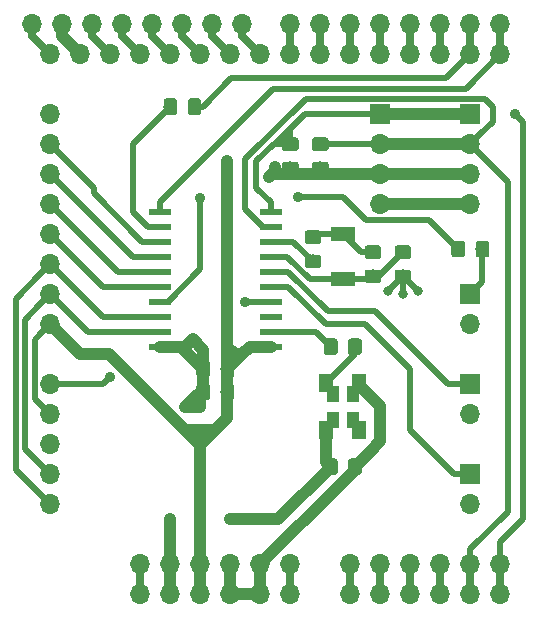
<source format=gbr>
G04 #@! TF.GenerationSoftware,KiCad,Pcbnew,(5.0.1)-4*
G04 #@! TF.CreationDate,2020-04-30T20:25:35+02:00*
G04 #@! TF.ProjectId,freqcounter,66726571636F756E7465722E6B696361,1*
G04 #@! TF.SameCoordinates,Original*
G04 #@! TF.FileFunction,Copper,L1,Top,Signal*
G04 #@! TF.FilePolarity,Positive*
%FSLAX46Y46*%
G04 Gerber Fmt 4.6, Leading zero omitted, Abs format (unit mm)*
G04 Created by KiCad (PCBNEW (5.0.1)-4) date 30/04/2020 20:25:35*
%MOMM*%
%LPD*%
G01*
G04 APERTURE LIST*
G04 #@! TA.AperFunction,SMDPad,CuDef*
%ADD10R,1.200000X1.600000*%
G04 #@! TD*
G04 #@! TA.AperFunction,SMDPad,CuDef*
%ADD11R,1.100000X1.400000*%
G04 #@! TD*
G04 #@! TA.AperFunction,Conductor*
%ADD12C,0.100000*%
G04 #@! TD*
G04 #@! TA.AperFunction,SMDPad,CuDef*
%ADD13C,1.150000*%
G04 #@! TD*
G04 #@! TA.AperFunction,ComponentPad*
%ADD14O,1.700000X1.700000*%
G04 #@! TD*
G04 #@! TA.AperFunction,SMDPad,CuDef*
%ADD15R,1.950000X0.600000*%
G04 #@! TD*
G04 #@! TA.AperFunction,ComponentPad*
%ADD16R,1.700000X1.700000*%
G04 #@! TD*
G04 #@! TA.AperFunction,SMDPad,CuDef*
%ADD17R,2.032000X1.270000*%
G04 #@! TD*
G04 #@! TA.AperFunction,ViaPad*
%ADD18C,0.914400*%
G04 #@! TD*
G04 #@! TA.AperFunction,ViaPad*
%ADD19C,0.800000*%
G04 #@! TD*
G04 #@! TA.AperFunction,Conductor*
%ADD20C,1.016000*%
G04 #@! TD*
G04 #@! TA.AperFunction,Conductor*
%ADD21C,0.508000*%
G04 #@! TD*
G04 #@! TA.AperFunction,Conductor*
%ADD22C,0.250000*%
G04 #@! TD*
G04 #@! TA.AperFunction,Conductor*
%ADD23C,0.635000*%
G04 #@! TD*
G04 APERTURE END LIST*
D10*
G04 #@! TO.P,U2,3*
G04 #@! TO.N,Net-(C4-Pad1)*
X147825000Y-90075000D03*
G04 #@! TO.P,U2,4*
G04 #@! TO.N,3.3V*
X147825000Y-94075000D03*
G04 #@! TO.P,U2,1*
G04 #@! TO.N,Net-(U2-Pad1)*
X150625000Y-94075000D03*
G04 #@! TO.P,U2,2*
G04 #@! TO.N,GND*
X150625000Y-90075000D03*
D11*
G04 #@! TO.P,U2,4*
G04 #@! TO.N,3.3V*
X148375000Y-93175000D03*
G04 #@! TO.P,U2,3*
G04 #@! TO.N,Net-(C4-Pad1)*
X148375000Y-90975000D03*
G04 #@! TO.P,U2,2*
G04 #@! TO.N,GND*
X150075000Y-90975000D03*
G04 #@! TO.P,U2,1*
G04 #@! TO.N,Net-(U2-Pad1)*
X150075000Y-93175000D03*
G04 #@! TD*
D12*
G04 #@! TO.N,Net-(C3-Pad1)*
G04 #@! TO.C,R4*
G36*
X152239505Y-80461204D02*
X152263773Y-80464804D01*
X152287572Y-80470765D01*
X152310671Y-80479030D01*
X152332850Y-80489520D01*
X152353893Y-80502132D01*
X152373599Y-80516747D01*
X152391777Y-80533223D01*
X152408253Y-80551401D01*
X152422868Y-80571107D01*
X152435480Y-80592150D01*
X152445970Y-80614329D01*
X152454235Y-80637428D01*
X152460196Y-80661227D01*
X152463796Y-80685495D01*
X152465000Y-80709999D01*
X152465000Y-81360001D01*
X152463796Y-81384505D01*
X152460196Y-81408773D01*
X152454235Y-81432572D01*
X152445970Y-81455671D01*
X152435480Y-81477850D01*
X152422868Y-81498893D01*
X152408253Y-81518599D01*
X152391777Y-81536777D01*
X152373599Y-81553253D01*
X152353893Y-81567868D01*
X152332850Y-81580480D01*
X152310671Y-81590970D01*
X152287572Y-81599235D01*
X152263773Y-81605196D01*
X152239505Y-81608796D01*
X152215001Y-81610000D01*
X151314999Y-81610000D01*
X151290495Y-81608796D01*
X151266227Y-81605196D01*
X151242428Y-81599235D01*
X151219329Y-81590970D01*
X151197150Y-81580480D01*
X151176107Y-81567868D01*
X151156401Y-81553253D01*
X151138223Y-81536777D01*
X151121747Y-81518599D01*
X151107132Y-81498893D01*
X151094520Y-81477850D01*
X151084030Y-81455671D01*
X151075765Y-81432572D01*
X151069804Y-81408773D01*
X151066204Y-81384505D01*
X151065000Y-81360001D01*
X151065000Y-80709999D01*
X151066204Y-80685495D01*
X151069804Y-80661227D01*
X151075765Y-80637428D01*
X151084030Y-80614329D01*
X151094520Y-80592150D01*
X151107132Y-80571107D01*
X151121747Y-80551401D01*
X151138223Y-80533223D01*
X151156401Y-80516747D01*
X151176107Y-80502132D01*
X151197150Y-80489520D01*
X151219329Y-80479030D01*
X151242428Y-80470765D01*
X151266227Y-80464804D01*
X151290495Y-80461204D01*
X151314999Y-80460000D01*
X152215001Y-80460000D01*
X152239505Y-80461204D01*
X152239505Y-80461204D01*
G37*
D13*
G04 #@! TD*
G04 #@! TO.P,R4,2*
G04 #@! TO.N,Net-(C3-Pad1)*
X151765000Y-81035000D03*
D12*
G04 #@! TO.N,Net-(D1-Pad2)*
G04 #@! TO.C,R4*
G36*
X152239505Y-78411204D02*
X152263773Y-78414804D01*
X152287572Y-78420765D01*
X152310671Y-78429030D01*
X152332850Y-78439520D01*
X152353893Y-78452132D01*
X152373599Y-78466747D01*
X152391777Y-78483223D01*
X152408253Y-78501401D01*
X152422868Y-78521107D01*
X152435480Y-78542150D01*
X152445970Y-78564329D01*
X152454235Y-78587428D01*
X152460196Y-78611227D01*
X152463796Y-78635495D01*
X152465000Y-78659999D01*
X152465000Y-79310001D01*
X152463796Y-79334505D01*
X152460196Y-79358773D01*
X152454235Y-79382572D01*
X152445970Y-79405671D01*
X152435480Y-79427850D01*
X152422868Y-79448893D01*
X152408253Y-79468599D01*
X152391777Y-79486777D01*
X152373599Y-79503253D01*
X152353893Y-79517868D01*
X152332850Y-79530480D01*
X152310671Y-79540970D01*
X152287572Y-79549235D01*
X152263773Y-79555196D01*
X152239505Y-79558796D01*
X152215001Y-79560000D01*
X151314999Y-79560000D01*
X151290495Y-79558796D01*
X151266227Y-79555196D01*
X151242428Y-79549235D01*
X151219329Y-79540970D01*
X151197150Y-79530480D01*
X151176107Y-79517868D01*
X151156401Y-79503253D01*
X151138223Y-79486777D01*
X151121747Y-79468599D01*
X151107132Y-79448893D01*
X151094520Y-79427850D01*
X151084030Y-79405671D01*
X151075765Y-79382572D01*
X151069804Y-79358773D01*
X151066204Y-79334505D01*
X151065000Y-79310001D01*
X151065000Y-78659999D01*
X151066204Y-78635495D01*
X151069804Y-78611227D01*
X151075765Y-78587428D01*
X151084030Y-78564329D01*
X151094520Y-78542150D01*
X151107132Y-78521107D01*
X151121747Y-78501401D01*
X151138223Y-78483223D01*
X151156401Y-78466747D01*
X151176107Y-78452132D01*
X151197150Y-78439520D01*
X151219329Y-78429030D01*
X151242428Y-78420765D01*
X151266227Y-78414804D01*
X151290495Y-78411204D01*
X151314999Y-78410000D01*
X152215001Y-78410000D01*
X152239505Y-78411204D01*
X152239505Y-78411204D01*
G37*
D13*
G04 #@! TD*
G04 #@! TO.P,R4,1*
G04 #@! TO.N,Net-(D1-Pad2)*
X151765000Y-78985000D03*
D14*
G04 #@! TO.P,J1,1*
G04 #@! TO.N,MCLR*
X124460000Y-90170000D03*
G04 #@! TO.P,J1,2*
G04 #@! TO.N,5V*
X124460000Y-92710000D03*
G04 #@! TO.P,J1,3*
G04 #@! TO.N,GND*
X124460000Y-95250000D03*
G04 #@! TO.P,J1,4*
G04 #@! TO.N,ICSPDAT*
X124460000Y-97790000D03*
G04 #@! TO.P,J1,5*
G04 #@! TO.N,ICSPCLK*
X124460000Y-100330000D03*
G04 #@! TD*
G04 #@! TO.P,J15,8*
G04 #@! TO.N,GND*
X124460000Y-67310000D03*
G04 #@! TO.P,J15,7*
G04 #@! TO.N,P0*
X124460000Y-69850000D03*
G04 #@! TO.P,J15,6*
G04 #@! TO.N,P1*
X124460000Y-72390000D03*
G04 #@! TO.P,J15,5*
G04 #@! TO.N,P2*
X124460000Y-74930000D03*
G04 #@! TO.P,J15,4*
G04 #@! TO.N,P3*
X124460000Y-77470000D03*
G04 #@! TO.P,J15,3*
G04 #@! TO.N,ICSPCLK*
X124460000Y-80010000D03*
G04 #@! TO.P,J15,2*
G04 #@! TO.N,ICSPDAT*
X124460000Y-82550000D03*
G04 #@! TO.P,J15,1*
G04 #@! TO.N,5V*
X124460000Y-85090000D03*
G04 #@! TD*
G04 #@! TO.P,J3,6*
G04 #@! TO.N,Vin*
X144780000Y-105410000D03*
G04 #@! TO.P,J3,5*
G04 #@! TO.N,GND*
X142240000Y-105410000D03*
G04 #@! TO.P,J3,4*
X139700000Y-105410000D03*
G04 #@! TO.P,J3,3*
G04 #@! TO.N,5V*
X137160000Y-105410000D03*
G04 #@! TO.P,J3,2*
G04 #@! TO.N,3.3V*
X134620000Y-105410000D03*
G04 #@! TO.P,J3,1*
G04 #@! TO.N,Reset*
X132080000Y-105410000D03*
G04 #@! TD*
G04 #@! TO.P,J9,8*
G04 #@! TO.N,ARD_RX*
X162560000Y-59690000D03*
G04 #@! TO.P,J9,7*
G04 #@! TO.N,ARD_TX*
X160020000Y-59690000D03*
G04 #@! TO.P,J9,6*
G04 #@! TO.N,Net-(J8-Pad6)*
X157480000Y-59690000D03*
G04 #@! TO.P,J9,5*
G04 #@! TO.N,Net-(J8-Pad5)*
X154940000Y-59690000D03*
G04 #@! TO.P,J9,4*
G04 #@! TO.N,Net-(J8-Pad4)*
X152400000Y-59690000D03*
G04 #@! TO.P,J9,3*
G04 #@! TO.N,Net-(J8-Pad3)*
X149860000Y-59690000D03*
G04 #@! TO.P,J9,2*
G04 #@! TO.N,Net-(J8-Pad2)*
X147320000Y-59690000D03*
G04 #@! TO.P,J9,1*
G04 #@! TO.N,Net-(J8-Pad1)*
X144780000Y-59690000D03*
G04 #@! TD*
G04 #@! TO.P,J4,8*
G04 #@! TO.N,Net-(J4-Pad8)*
X140716000Y-59690000D03*
G04 #@! TO.P,J4,7*
G04 #@! TO.N,Net-(J4-Pad7)*
X138176000Y-59690000D03*
G04 #@! TO.P,J4,6*
G04 #@! TO.N,Net-(J4-Pad6)*
X135636000Y-59690000D03*
G04 #@! TO.P,J4,5*
G04 #@! TO.N,Net-(J4-Pad5)*
X133096000Y-59690000D03*
G04 #@! TO.P,J4,4*
G04 #@! TO.N,Net-(J4-Pad4)*
X130556000Y-59690000D03*
G04 #@! TO.P,J4,3*
G04 #@! TO.N,Net-(J4-Pad3)*
X128016000Y-59690000D03*
G04 #@! TO.P,J4,2*
G04 #@! TO.N,GND*
X125476000Y-59690000D03*
G04 #@! TO.P,J4,1*
G04 #@! TO.N,Net-(J4-Pad1)*
X122936000Y-59690000D03*
G04 #@! TD*
G04 #@! TO.P,J2,6*
G04 #@! TO.N,Vin*
X144780000Y-107950000D03*
G04 #@! TO.P,J2,5*
G04 #@! TO.N,GND*
X142240000Y-107950000D03*
G04 #@! TO.P,J2,4*
X139700000Y-107950000D03*
G04 #@! TO.P,J2,3*
G04 #@! TO.N,5V*
X137160000Y-107950000D03*
G04 #@! TO.P,J2,2*
G04 #@! TO.N,3.3V*
X134620000Y-107950000D03*
G04 #@! TO.P,J2,1*
G04 #@! TO.N,Reset*
X132080000Y-107950000D03*
G04 #@! TD*
G04 #@! TO.P,J7,1*
G04 #@! TO.N,Net-(J6-Pad1)*
X149860000Y-107950000D03*
G04 #@! TO.P,J7,2*
G04 #@! TO.N,Net-(J6-Pad2)*
X152400000Y-107950000D03*
G04 #@! TO.P,J7,3*
G04 #@! TO.N,Net-(J6-Pad3)*
X154940000Y-107950000D03*
G04 #@! TO.P,J7,4*
G04 #@! TO.N,Net-(J6-Pad4)*
X157480000Y-107950000D03*
G04 #@! TO.P,J7,5*
G04 #@! TO.N,SDA*
X160020000Y-107950000D03*
G04 #@! TO.P,J7,6*
G04 #@! TO.N,SCL*
X162560000Y-107950000D03*
G04 #@! TD*
D15*
G04 #@! TO.P,U1,1*
G04 #@! TO.N,5V*
X143130000Y-86995000D03*
G04 #@! TO.P,U1,2*
G04 #@! TO.N,32MHz*
X143130000Y-85725000D03*
G04 #@! TO.P,U1,3*
G04 #@! TO.N,Net-(U1-Pad3)*
X143130000Y-84455000D03*
G04 #@! TO.P,U1,4*
G04 #@! TO.N,MCLR*
X143130000Y-83185000D03*
G04 #@! TO.P,U1,5*
G04 #@! TO.N,INPUT_A*
X143130000Y-81915000D03*
G04 #@! TO.P,U1,6*
G04 #@! TO.N,INPUT_B*
X143130000Y-80645000D03*
G04 #@! TO.P,U1,7*
G04 #@! TO.N,Net-(C3-Pad1)*
X143130000Y-79375000D03*
G04 #@! TO.P,U1,8*
G04 #@! TO.N,Net-(R3-Pad1)*
X143130000Y-78105000D03*
G04 #@! TO.P,U1,9*
G04 #@! TO.N,SDA*
X143130000Y-76835000D03*
G04 #@! TO.P,U1,10*
G04 #@! TO.N,SCL*
X143130000Y-75565000D03*
G04 #@! TO.P,U1,11*
G04 #@! TO.N,ARD_RX*
X133730000Y-75565000D03*
G04 #@! TO.P,U1,12*
G04 #@! TO.N,Net-(R2-Pad2)*
X133730000Y-76835000D03*
G04 #@! TO.P,U1,13*
G04 #@! TO.N,P0*
X133730000Y-78105000D03*
G04 #@! TO.P,U1,14*
G04 #@! TO.N,P1*
X133730000Y-79375000D03*
G04 #@! TO.P,U1,15*
G04 #@! TO.N,P2*
X133730000Y-80645000D03*
G04 #@! TO.P,U1,16*
G04 #@! TO.N,P3*
X133730000Y-81915000D03*
G04 #@! TO.P,U1,17*
G04 #@! TO.N,Net-(R1-Pad2)*
X133730000Y-83185000D03*
G04 #@! TO.P,U1,18*
G04 #@! TO.N,ICSPCLK*
X133730000Y-84455000D03*
G04 #@! TO.P,U1,19*
G04 #@! TO.N,ICSPDAT*
X133730000Y-85725000D03*
G04 #@! TO.P,U1,20*
G04 #@! TO.N,GND*
X133730000Y-86995000D03*
G04 #@! TD*
D12*
G04 #@! TO.N,GND*
G04 #@! TO.C,C1*
G36*
X137754505Y-90106204D02*
X137778773Y-90109804D01*
X137802572Y-90115765D01*
X137825671Y-90124030D01*
X137847850Y-90134520D01*
X137868893Y-90147132D01*
X137888599Y-90161747D01*
X137906777Y-90178223D01*
X137923253Y-90196401D01*
X137937868Y-90216107D01*
X137950480Y-90237150D01*
X137960970Y-90259329D01*
X137969235Y-90282428D01*
X137975196Y-90306227D01*
X137978796Y-90330495D01*
X137980000Y-90354999D01*
X137980000Y-91255001D01*
X137978796Y-91279505D01*
X137975196Y-91303773D01*
X137969235Y-91327572D01*
X137960970Y-91350671D01*
X137950480Y-91372850D01*
X137937868Y-91393893D01*
X137923253Y-91413599D01*
X137906777Y-91431777D01*
X137888599Y-91448253D01*
X137868893Y-91462868D01*
X137847850Y-91475480D01*
X137825671Y-91485970D01*
X137802572Y-91494235D01*
X137778773Y-91500196D01*
X137754505Y-91503796D01*
X137730001Y-91505000D01*
X137079999Y-91505000D01*
X137055495Y-91503796D01*
X137031227Y-91500196D01*
X137007428Y-91494235D01*
X136984329Y-91485970D01*
X136962150Y-91475480D01*
X136941107Y-91462868D01*
X136921401Y-91448253D01*
X136903223Y-91431777D01*
X136886747Y-91413599D01*
X136872132Y-91393893D01*
X136859520Y-91372850D01*
X136849030Y-91350671D01*
X136840765Y-91327572D01*
X136834804Y-91303773D01*
X136831204Y-91279505D01*
X136830000Y-91255001D01*
X136830000Y-90354999D01*
X136831204Y-90330495D01*
X136834804Y-90306227D01*
X136840765Y-90282428D01*
X136849030Y-90259329D01*
X136859520Y-90237150D01*
X136872132Y-90216107D01*
X136886747Y-90196401D01*
X136903223Y-90178223D01*
X136921401Y-90161747D01*
X136941107Y-90147132D01*
X136962150Y-90134520D01*
X136984329Y-90124030D01*
X137007428Y-90115765D01*
X137031227Y-90109804D01*
X137055495Y-90106204D01*
X137079999Y-90105000D01*
X137730001Y-90105000D01*
X137754505Y-90106204D01*
X137754505Y-90106204D01*
G37*
D13*
G04 #@! TD*
G04 #@! TO.P,C1,1*
G04 #@! TO.N,GND*
X137405000Y-90805000D03*
D12*
G04 #@! TO.N,5V*
G04 #@! TO.C,C1*
G36*
X139804505Y-90106204D02*
X139828773Y-90109804D01*
X139852572Y-90115765D01*
X139875671Y-90124030D01*
X139897850Y-90134520D01*
X139918893Y-90147132D01*
X139938599Y-90161747D01*
X139956777Y-90178223D01*
X139973253Y-90196401D01*
X139987868Y-90216107D01*
X140000480Y-90237150D01*
X140010970Y-90259329D01*
X140019235Y-90282428D01*
X140025196Y-90306227D01*
X140028796Y-90330495D01*
X140030000Y-90354999D01*
X140030000Y-91255001D01*
X140028796Y-91279505D01*
X140025196Y-91303773D01*
X140019235Y-91327572D01*
X140010970Y-91350671D01*
X140000480Y-91372850D01*
X139987868Y-91393893D01*
X139973253Y-91413599D01*
X139956777Y-91431777D01*
X139938599Y-91448253D01*
X139918893Y-91462868D01*
X139897850Y-91475480D01*
X139875671Y-91485970D01*
X139852572Y-91494235D01*
X139828773Y-91500196D01*
X139804505Y-91503796D01*
X139780001Y-91505000D01*
X139129999Y-91505000D01*
X139105495Y-91503796D01*
X139081227Y-91500196D01*
X139057428Y-91494235D01*
X139034329Y-91485970D01*
X139012150Y-91475480D01*
X138991107Y-91462868D01*
X138971401Y-91448253D01*
X138953223Y-91431777D01*
X138936747Y-91413599D01*
X138922132Y-91393893D01*
X138909520Y-91372850D01*
X138899030Y-91350671D01*
X138890765Y-91327572D01*
X138884804Y-91303773D01*
X138881204Y-91279505D01*
X138880000Y-91255001D01*
X138880000Y-90354999D01*
X138881204Y-90330495D01*
X138884804Y-90306227D01*
X138890765Y-90282428D01*
X138899030Y-90259329D01*
X138909520Y-90237150D01*
X138922132Y-90216107D01*
X138936747Y-90196401D01*
X138953223Y-90178223D01*
X138971401Y-90161747D01*
X138991107Y-90147132D01*
X139012150Y-90134520D01*
X139034329Y-90124030D01*
X139057428Y-90115765D01*
X139081227Y-90109804D01*
X139105495Y-90106204D01*
X139129999Y-90105000D01*
X139780001Y-90105000D01*
X139804505Y-90106204D01*
X139804505Y-90106204D01*
G37*
D13*
G04 #@! TD*
G04 #@! TO.P,C1,2*
G04 #@! TO.N,5V*
X139455000Y-90805000D03*
D12*
G04 #@! TO.N,GND*
G04 #@! TO.C,C2*
G36*
X137754505Y-88201204D02*
X137778773Y-88204804D01*
X137802572Y-88210765D01*
X137825671Y-88219030D01*
X137847850Y-88229520D01*
X137868893Y-88242132D01*
X137888599Y-88256747D01*
X137906777Y-88273223D01*
X137923253Y-88291401D01*
X137937868Y-88311107D01*
X137950480Y-88332150D01*
X137960970Y-88354329D01*
X137969235Y-88377428D01*
X137975196Y-88401227D01*
X137978796Y-88425495D01*
X137980000Y-88449999D01*
X137980000Y-89350001D01*
X137978796Y-89374505D01*
X137975196Y-89398773D01*
X137969235Y-89422572D01*
X137960970Y-89445671D01*
X137950480Y-89467850D01*
X137937868Y-89488893D01*
X137923253Y-89508599D01*
X137906777Y-89526777D01*
X137888599Y-89543253D01*
X137868893Y-89557868D01*
X137847850Y-89570480D01*
X137825671Y-89580970D01*
X137802572Y-89589235D01*
X137778773Y-89595196D01*
X137754505Y-89598796D01*
X137730001Y-89600000D01*
X137079999Y-89600000D01*
X137055495Y-89598796D01*
X137031227Y-89595196D01*
X137007428Y-89589235D01*
X136984329Y-89580970D01*
X136962150Y-89570480D01*
X136941107Y-89557868D01*
X136921401Y-89543253D01*
X136903223Y-89526777D01*
X136886747Y-89508599D01*
X136872132Y-89488893D01*
X136859520Y-89467850D01*
X136849030Y-89445671D01*
X136840765Y-89422572D01*
X136834804Y-89398773D01*
X136831204Y-89374505D01*
X136830000Y-89350001D01*
X136830000Y-88449999D01*
X136831204Y-88425495D01*
X136834804Y-88401227D01*
X136840765Y-88377428D01*
X136849030Y-88354329D01*
X136859520Y-88332150D01*
X136872132Y-88311107D01*
X136886747Y-88291401D01*
X136903223Y-88273223D01*
X136921401Y-88256747D01*
X136941107Y-88242132D01*
X136962150Y-88229520D01*
X136984329Y-88219030D01*
X137007428Y-88210765D01*
X137031227Y-88204804D01*
X137055495Y-88201204D01*
X137079999Y-88200000D01*
X137730001Y-88200000D01*
X137754505Y-88201204D01*
X137754505Y-88201204D01*
G37*
D13*
G04 #@! TD*
G04 #@! TO.P,C2,1*
G04 #@! TO.N,GND*
X137405000Y-88900000D03*
D12*
G04 #@! TO.N,5V*
G04 #@! TO.C,C2*
G36*
X139804505Y-88201204D02*
X139828773Y-88204804D01*
X139852572Y-88210765D01*
X139875671Y-88219030D01*
X139897850Y-88229520D01*
X139918893Y-88242132D01*
X139938599Y-88256747D01*
X139956777Y-88273223D01*
X139973253Y-88291401D01*
X139987868Y-88311107D01*
X140000480Y-88332150D01*
X140010970Y-88354329D01*
X140019235Y-88377428D01*
X140025196Y-88401227D01*
X140028796Y-88425495D01*
X140030000Y-88449999D01*
X140030000Y-89350001D01*
X140028796Y-89374505D01*
X140025196Y-89398773D01*
X140019235Y-89422572D01*
X140010970Y-89445671D01*
X140000480Y-89467850D01*
X139987868Y-89488893D01*
X139973253Y-89508599D01*
X139956777Y-89526777D01*
X139938599Y-89543253D01*
X139918893Y-89557868D01*
X139897850Y-89570480D01*
X139875671Y-89580970D01*
X139852572Y-89589235D01*
X139828773Y-89595196D01*
X139804505Y-89598796D01*
X139780001Y-89600000D01*
X139129999Y-89600000D01*
X139105495Y-89598796D01*
X139081227Y-89595196D01*
X139057428Y-89589235D01*
X139034329Y-89580970D01*
X139012150Y-89570480D01*
X138991107Y-89557868D01*
X138971401Y-89543253D01*
X138953223Y-89526777D01*
X138936747Y-89508599D01*
X138922132Y-89488893D01*
X138909520Y-89467850D01*
X138899030Y-89445671D01*
X138890765Y-89422572D01*
X138884804Y-89398773D01*
X138881204Y-89374505D01*
X138880000Y-89350001D01*
X138880000Y-88449999D01*
X138881204Y-88425495D01*
X138884804Y-88401227D01*
X138890765Y-88377428D01*
X138899030Y-88354329D01*
X138909520Y-88332150D01*
X138922132Y-88311107D01*
X138936747Y-88291401D01*
X138953223Y-88273223D01*
X138971401Y-88256747D01*
X138991107Y-88242132D01*
X139012150Y-88229520D01*
X139034329Y-88219030D01*
X139057428Y-88210765D01*
X139081227Y-88204804D01*
X139105495Y-88201204D01*
X139129999Y-88200000D01*
X139780001Y-88200000D01*
X139804505Y-88201204D01*
X139804505Y-88201204D01*
G37*
D13*
G04 #@! TD*
G04 #@! TO.P,C2,2*
G04 #@! TO.N,5V*
X139455000Y-88900000D03*
D12*
G04 #@! TO.N,Earth*
G04 #@! TO.C,C3*
G36*
X154779505Y-80461204D02*
X154803773Y-80464804D01*
X154827572Y-80470765D01*
X154850671Y-80479030D01*
X154872850Y-80489520D01*
X154893893Y-80502132D01*
X154913599Y-80516747D01*
X154931777Y-80533223D01*
X154948253Y-80551401D01*
X154962868Y-80571107D01*
X154975480Y-80592150D01*
X154985970Y-80614329D01*
X154994235Y-80637428D01*
X155000196Y-80661227D01*
X155003796Y-80685495D01*
X155005000Y-80709999D01*
X155005000Y-81360001D01*
X155003796Y-81384505D01*
X155000196Y-81408773D01*
X154994235Y-81432572D01*
X154985970Y-81455671D01*
X154975480Y-81477850D01*
X154962868Y-81498893D01*
X154948253Y-81518599D01*
X154931777Y-81536777D01*
X154913599Y-81553253D01*
X154893893Y-81567868D01*
X154872850Y-81580480D01*
X154850671Y-81590970D01*
X154827572Y-81599235D01*
X154803773Y-81605196D01*
X154779505Y-81608796D01*
X154755001Y-81610000D01*
X153854999Y-81610000D01*
X153830495Y-81608796D01*
X153806227Y-81605196D01*
X153782428Y-81599235D01*
X153759329Y-81590970D01*
X153737150Y-81580480D01*
X153716107Y-81567868D01*
X153696401Y-81553253D01*
X153678223Y-81536777D01*
X153661747Y-81518599D01*
X153647132Y-81498893D01*
X153634520Y-81477850D01*
X153624030Y-81455671D01*
X153615765Y-81432572D01*
X153609804Y-81408773D01*
X153606204Y-81384505D01*
X153605000Y-81360001D01*
X153605000Y-80709999D01*
X153606204Y-80685495D01*
X153609804Y-80661227D01*
X153615765Y-80637428D01*
X153624030Y-80614329D01*
X153634520Y-80592150D01*
X153647132Y-80571107D01*
X153661747Y-80551401D01*
X153678223Y-80533223D01*
X153696401Y-80516747D01*
X153716107Y-80502132D01*
X153737150Y-80489520D01*
X153759329Y-80479030D01*
X153782428Y-80470765D01*
X153806227Y-80464804D01*
X153830495Y-80461204D01*
X153854999Y-80460000D01*
X154755001Y-80460000D01*
X154779505Y-80461204D01*
X154779505Y-80461204D01*
G37*
D13*
G04 #@! TD*
G04 #@! TO.P,C3,2*
G04 #@! TO.N,Earth*
X154305000Y-81035000D03*
D12*
G04 #@! TO.N,Net-(C3-Pad1)*
G04 #@! TO.C,C3*
G36*
X154779505Y-78411204D02*
X154803773Y-78414804D01*
X154827572Y-78420765D01*
X154850671Y-78429030D01*
X154872850Y-78439520D01*
X154893893Y-78452132D01*
X154913599Y-78466747D01*
X154931777Y-78483223D01*
X154948253Y-78501401D01*
X154962868Y-78521107D01*
X154975480Y-78542150D01*
X154985970Y-78564329D01*
X154994235Y-78587428D01*
X155000196Y-78611227D01*
X155003796Y-78635495D01*
X155005000Y-78659999D01*
X155005000Y-79310001D01*
X155003796Y-79334505D01*
X155000196Y-79358773D01*
X154994235Y-79382572D01*
X154985970Y-79405671D01*
X154975480Y-79427850D01*
X154962868Y-79448893D01*
X154948253Y-79468599D01*
X154931777Y-79486777D01*
X154913599Y-79503253D01*
X154893893Y-79517868D01*
X154872850Y-79530480D01*
X154850671Y-79540970D01*
X154827572Y-79549235D01*
X154803773Y-79555196D01*
X154779505Y-79558796D01*
X154755001Y-79560000D01*
X153854999Y-79560000D01*
X153830495Y-79558796D01*
X153806227Y-79555196D01*
X153782428Y-79549235D01*
X153759329Y-79540970D01*
X153737150Y-79530480D01*
X153716107Y-79517868D01*
X153696401Y-79503253D01*
X153678223Y-79486777D01*
X153661747Y-79468599D01*
X153647132Y-79448893D01*
X153634520Y-79427850D01*
X153624030Y-79405671D01*
X153615765Y-79382572D01*
X153609804Y-79358773D01*
X153606204Y-79334505D01*
X153605000Y-79310001D01*
X153605000Y-78659999D01*
X153606204Y-78635495D01*
X153609804Y-78611227D01*
X153615765Y-78587428D01*
X153624030Y-78564329D01*
X153634520Y-78542150D01*
X153647132Y-78521107D01*
X153661747Y-78501401D01*
X153678223Y-78483223D01*
X153696401Y-78466747D01*
X153716107Y-78452132D01*
X153737150Y-78439520D01*
X153759329Y-78429030D01*
X153782428Y-78420765D01*
X153806227Y-78414804D01*
X153830495Y-78411204D01*
X153854999Y-78410000D01*
X154755001Y-78410000D01*
X154779505Y-78411204D01*
X154779505Y-78411204D01*
G37*
D13*
G04 #@! TD*
G04 #@! TO.P,C3,1*
G04 #@! TO.N,Net-(C3-Pad1)*
X154305000Y-78985000D03*
D12*
G04 #@! TO.N,32MHz*
G04 #@! TO.C,C4*
G36*
X148549505Y-86296204D02*
X148573773Y-86299804D01*
X148597572Y-86305765D01*
X148620671Y-86314030D01*
X148642850Y-86324520D01*
X148663893Y-86337132D01*
X148683599Y-86351747D01*
X148701777Y-86368223D01*
X148718253Y-86386401D01*
X148732868Y-86406107D01*
X148745480Y-86427150D01*
X148755970Y-86449329D01*
X148764235Y-86472428D01*
X148770196Y-86496227D01*
X148773796Y-86520495D01*
X148775000Y-86544999D01*
X148775000Y-87445001D01*
X148773796Y-87469505D01*
X148770196Y-87493773D01*
X148764235Y-87517572D01*
X148755970Y-87540671D01*
X148745480Y-87562850D01*
X148732868Y-87583893D01*
X148718253Y-87603599D01*
X148701777Y-87621777D01*
X148683599Y-87638253D01*
X148663893Y-87652868D01*
X148642850Y-87665480D01*
X148620671Y-87675970D01*
X148597572Y-87684235D01*
X148573773Y-87690196D01*
X148549505Y-87693796D01*
X148525001Y-87695000D01*
X147874999Y-87695000D01*
X147850495Y-87693796D01*
X147826227Y-87690196D01*
X147802428Y-87684235D01*
X147779329Y-87675970D01*
X147757150Y-87665480D01*
X147736107Y-87652868D01*
X147716401Y-87638253D01*
X147698223Y-87621777D01*
X147681747Y-87603599D01*
X147667132Y-87583893D01*
X147654520Y-87562850D01*
X147644030Y-87540671D01*
X147635765Y-87517572D01*
X147629804Y-87493773D01*
X147626204Y-87469505D01*
X147625000Y-87445001D01*
X147625000Y-86544999D01*
X147626204Y-86520495D01*
X147629804Y-86496227D01*
X147635765Y-86472428D01*
X147644030Y-86449329D01*
X147654520Y-86427150D01*
X147667132Y-86406107D01*
X147681747Y-86386401D01*
X147698223Y-86368223D01*
X147716401Y-86351747D01*
X147736107Y-86337132D01*
X147757150Y-86324520D01*
X147779329Y-86314030D01*
X147802428Y-86305765D01*
X147826227Y-86299804D01*
X147850495Y-86296204D01*
X147874999Y-86295000D01*
X148525001Y-86295000D01*
X148549505Y-86296204D01*
X148549505Y-86296204D01*
G37*
D13*
G04 #@! TD*
G04 #@! TO.P,C4,2*
G04 #@! TO.N,32MHz*
X148200000Y-86995000D03*
D12*
G04 #@! TO.N,Net-(C4-Pad1)*
G04 #@! TO.C,C4*
G36*
X150599505Y-86296204D02*
X150623773Y-86299804D01*
X150647572Y-86305765D01*
X150670671Y-86314030D01*
X150692850Y-86324520D01*
X150713893Y-86337132D01*
X150733599Y-86351747D01*
X150751777Y-86368223D01*
X150768253Y-86386401D01*
X150782868Y-86406107D01*
X150795480Y-86427150D01*
X150805970Y-86449329D01*
X150814235Y-86472428D01*
X150820196Y-86496227D01*
X150823796Y-86520495D01*
X150825000Y-86544999D01*
X150825000Y-87445001D01*
X150823796Y-87469505D01*
X150820196Y-87493773D01*
X150814235Y-87517572D01*
X150805970Y-87540671D01*
X150795480Y-87562850D01*
X150782868Y-87583893D01*
X150768253Y-87603599D01*
X150751777Y-87621777D01*
X150733599Y-87638253D01*
X150713893Y-87652868D01*
X150692850Y-87665480D01*
X150670671Y-87675970D01*
X150647572Y-87684235D01*
X150623773Y-87690196D01*
X150599505Y-87693796D01*
X150575001Y-87695000D01*
X149924999Y-87695000D01*
X149900495Y-87693796D01*
X149876227Y-87690196D01*
X149852428Y-87684235D01*
X149829329Y-87675970D01*
X149807150Y-87665480D01*
X149786107Y-87652868D01*
X149766401Y-87638253D01*
X149748223Y-87621777D01*
X149731747Y-87603599D01*
X149717132Y-87583893D01*
X149704520Y-87562850D01*
X149694030Y-87540671D01*
X149685765Y-87517572D01*
X149679804Y-87493773D01*
X149676204Y-87469505D01*
X149675000Y-87445001D01*
X149675000Y-86544999D01*
X149676204Y-86520495D01*
X149679804Y-86496227D01*
X149685765Y-86472428D01*
X149694030Y-86449329D01*
X149704520Y-86427150D01*
X149717132Y-86406107D01*
X149731747Y-86386401D01*
X149748223Y-86368223D01*
X149766401Y-86351747D01*
X149786107Y-86337132D01*
X149807150Y-86324520D01*
X149829329Y-86314030D01*
X149852428Y-86305765D01*
X149876227Y-86299804D01*
X149900495Y-86296204D01*
X149924999Y-86295000D01*
X150575001Y-86295000D01*
X150599505Y-86296204D01*
X150599505Y-86296204D01*
G37*
D13*
G04 #@! TD*
G04 #@! TO.P,C4,1*
G04 #@! TO.N,Net-(C4-Pad1)*
X150250000Y-86995000D03*
D12*
G04 #@! TO.N,GND*
G04 #@! TO.C,C5*
G36*
X150599505Y-96456204D02*
X150623773Y-96459804D01*
X150647572Y-96465765D01*
X150670671Y-96474030D01*
X150692850Y-96484520D01*
X150713893Y-96497132D01*
X150733599Y-96511747D01*
X150751777Y-96528223D01*
X150768253Y-96546401D01*
X150782868Y-96566107D01*
X150795480Y-96587150D01*
X150805970Y-96609329D01*
X150814235Y-96632428D01*
X150820196Y-96656227D01*
X150823796Y-96680495D01*
X150825000Y-96704999D01*
X150825000Y-97605001D01*
X150823796Y-97629505D01*
X150820196Y-97653773D01*
X150814235Y-97677572D01*
X150805970Y-97700671D01*
X150795480Y-97722850D01*
X150782868Y-97743893D01*
X150768253Y-97763599D01*
X150751777Y-97781777D01*
X150733599Y-97798253D01*
X150713893Y-97812868D01*
X150692850Y-97825480D01*
X150670671Y-97835970D01*
X150647572Y-97844235D01*
X150623773Y-97850196D01*
X150599505Y-97853796D01*
X150575001Y-97855000D01*
X149924999Y-97855000D01*
X149900495Y-97853796D01*
X149876227Y-97850196D01*
X149852428Y-97844235D01*
X149829329Y-97835970D01*
X149807150Y-97825480D01*
X149786107Y-97812868D01*
X149766401Y-97798253D01*
X149748223Y-97781777D01*
X149731747Y-97763599D01*
X149717132Y-97743893D01*
X149704520Y-97722850D01*
X149694030Y-97700671D01*
X149685765Y-97677572D01*
X149679804Y-97653773D01*
X149676204Y-97629505D01*
X149675000Y-97605001D01*
X149675000Y-96704999D01*
X149676204Y-96680495D01*
X149679804Y-96656227D01*
X149685765Y-96632428D01*
X149694030Y-96609329D01*
X149704520Y-96587150D01*
X149717132Y-96566107D01*
X149731747Y-96546401D01*
X149748223Y-96528223D01*
X149766401Y-96511747D01*
X149786107Y-96497132D01*
X149807150Y-96484520D01*
X149829329Y-96474030D01*
X149852428Y-96465765D01*
X149876227Y-96459804D01*
X149900495Y-96456204D01*
X149924999Y-96455000D01*
X150575001Y-96455000D01*
X150599505Y-96456204D01*
X150599505Y-96456204D01*
G37*
D13*
G04 #@! TD*
G04 #@! TO.P,C5,1*
G04 #@! TO.N,GND*
X150250000Y-97155000D03*
D12*
G04 #@! TO.N,3.3V*
G04 #@! TO.C,C5*
G36*
X148549505Y-96456204D02*
X148573773Y-96459804D01*
X148597572Y-96465765D01*
X148620671Y-96474030D01*
X148642850Y-96484520D01*
X148663893Y-96497132D01*
X148683599Y-96511747D01*
X148701777Y-96528223D01*
X148718253Y-96546401D01*
X148732868Y-96566107D01*
X148745480Y-96587150D01*
X148755970Y-96609329D01*
X148764235Y-96632428D01*
X148770196Y-96656227D01*
X148773796Y-96680495D01*
X148775000Y-96704999D01*
X148775000Y-97605001D01*
X148773796Y-97629505D01*
X148770196Y-97653773D01*
X148764235Y-97677572D01*
X148755970Y-97700671D01*
X148745480Y-97722850D01*
X148732868Y-97743893D01*
X148718253Y-97763599D01*
X148701777Y-97781777D01*
X148683599Y-97798253D01*
X148663893Y-97812868D01*
X148642850Y-97825480D01*
X148620671Y-97835970D01*
X148597572Y-97844235D01*
X148573773Y-97850196D01*
X148549505Y-97853796D01*
X148525001Y-97855000D01*
X147874999Y-97855000D01*
X147850495Y-97853796D01*
X147826227Y-97850196D01*
X147802428Y-97844235D01*
X147779329Y-97835970D01*
X147757150Y-97825480D01*
X147736107Y-97812868D01*
X147716401Y-97798253D01*
X147698223Y-97781777D01*
X147681747Y-97763599D01*
X147667132Y-97743893D01*
X147654520Y-97722850D01*
X147644030Y-97700671D01*
X147635765Y-97677572D01*
X147629804Y-97653773D01*
X147626204Y-97629505D01*
X147625000Y-97605001D01*
X147625000Y-96704999D01*
X147626204Y-96680495D01*
X147629804Y-96656227D01*
X147635765Y-96632428D01*
X147644030Y-96609329D01*
X147654520Y-96587150D01*
X147667132Y-96566107D01*
X147681747Y-96546401D01*
X147698223Y-96528223D01*
X147716401Y-96511747D01*
X147736107Y-96497132D01*
X147757150Y-96484520D01*
X147779329Y-96474030D01*
X147802428Y-96465765D01*
X147826227Y-96459804D01*
X147850495Y-96456204D01*
X147874999Y-96455000D01*
X148525001Y-96455000D01*
X148549505Y-96456204D01*
X148549505Y-96456204D01*
G37*
D13*
G04 #@! TD*
G04 #@! TO.P,C5,2*
G04 #@! TO.N,3.3V*
X148200000Y-97155000D03*
D16*
G04 #@! TO.P,J10,1*
G04 #@! TO.N,INPUT_A*
X160020000Y-97790000D03*
D14*
G04 #@! TO.P,J10,2*
G04 #@! TO.N,GND*
X160020000Y-100330000D03*
G04 #@! TD*
G04 #@! TO.P,J11,2*
G04 #@! TO.N,GND*
X160020000Y-92710000D03*
D16*
G04 #@! TO.P,J11,1*
G04 #@! TO.N,INPUT_B*
X160020000Y-90170000D03*
G04 #@! TD*
G04 #@! TO.P,J12,1*
G04 #@! TO.N,INPUT_ZCD*
X160020000Y-82550000D03*
D14*
G04 #@! TO.P,J12,2*
G04 #@! TO.N,GND*
X160020000Y-85090000D03*
G04 #@! TD*
D16*
G04 #@! TO.P,J13,1*
G04 #@! TO.N,SCL*
X160020000Y-67310000D03*
D14*
G04 #@! TO.P,J13,2*
G04 #@! TO.N,SDA*
X160020000Y-69850000D03*
G04 #@! TO.P,J13,3*
G04 #@! TO.N,5V*
X160020000Y-72390000D03*
G04 #@! TO.P,J13,4*
G04 #@! TO.N,GND*
X160020000Y-74930000D03*
G04 #@! TD*
G04 #@! TO.P,J14,4*
G04 #@! TO.N,GND*
X152400000Y-74930000D03*
G04 #@! TO.P,J14,3*
G04 #@! TO.N,5V*
X152400000Y-72390000D03*
G04 #@! TO.P,J14,2*
G04 #@! TO.N,SDA*
X152400000Y-69850000D03*
D16*
G04 #@! TO.P,J14,1*
G04 #@! TO.N,SCL*
X152400000Y-67310000D03*
G04 #@! TD*
D12*
G04 #@! TO.N,Net-(R1-Pad2)*
G04 #@! TO.C,R1*
G36*
X159344505Y-78041204D02*
X159368773Y-78044804D01*
X159392572Y-78050765D01*
X159415671Y-78059030D01*
X159437850Y-78069520D01*
X159458893Y-78082132D01*
X159478599Y-78096747D01*
X159496777Y-78113223D01*
X159513253Y-78131401D01*
X159527868Y-78151107D01*
X159540480Y-78172150D01*
X159550970Y-78194329D01*
X159559235Y-78217428D01*
X159565196Y-78241227D01*
X159568796Y-78265495D01*
X159570000Y-78289999D01*
X159570000Y-79190001D01*
X159568796Y-79214505D01*
X159565196Y-79238773D01*
X159559235Y-79262572D01*
X159550970Y-79285671D01*
X159540480Y-79307850D01*
X159527868Y-79328893D01*
X159513253Y-79348599D01*
X159496777Y-79366777D01*
X159478599Y-79383253D01*
X159458893Y-79397868D01*
X159437850Y-79410480D01*
X159415671Y-79420970D01*
X159392572Y-79429235D01*
X159368773Y-79435196D01*
X159344505Y-79438796D01*
X159320001Y-79440000D01*
X158669999Y-79440000D01*
X158645495Y-79438796D01*
X158621227Y-79435196D01*
X158597428Y-79429235D01*
X158574329Y-79420970D01*
X158552150Y-79410480D01*
X158531107Y-79397868D01*
X158511401Y-79383253D01*
X158493223Y-79366777D01*
X158476747Y-79348599D01*
X158462132Y-79328893D01*
X158449520Y-79307850D01*
X158439030Y-79285671D01*
X158430765Y-79262572D01*
X158424804Y-79238773D01*
X158421204Y-79214505D01*
X158420000Y-79190001D01*
X158420000Y-78289999D01*
X158421204Y-78265495D01*
X158424804Y-78241227D01*
X158430765Y-78217428D01*
X158439030Y-78194329D01*
X158449520Y-78172150D01*
X158462132Y-78151107D01*
X158476747Y-78131401D01*
X158493223Y-78113223D01*
X158511401Y-78096747D01*
X158531107Y-78082132D01*
X158552150Y-78069520D01*
X158574329Y-78059030D01*
X158597428Y-78050765D01*
X158621227Y-78044804D01*
X158645495Y-78041204D01*
X158669999Y-78040000D01*
X159320001Y-78040000D01*
X159344505Y-78041204D01*
X159344505Y-78041204D01*
G37*
D13*
G04 #@! TD*
G04 #@! TO.P,R1,2*
G04 #@! TO.N,Net-(R1-Pad2)*
X158995000Y-78740000D03*
D12*
G04 #@! TO.N,INPUT_ZCD*
G04 #@! TO.C,R1*
G36*
X161394505Y-78041204D02*
X161418773Y-78044804D01*
X161442572Y-78050765D01*
X161465671Y-78059030D01*
X161487850Y-78069520D01*
X161508893Y-78082132D01*
X161528599Y-78096747D01*
X161546777Y-78113223D01*
X161563253Y-78131401D01*
X161577868Y-78151107D01*
X161590480Y-78172150D01*
X161600970Y-78194329D01*
X161609235Y-78217428D01*
X161615196Y-78241227D01*
X161618796Y-78265495D01*
X161620000Y-78289999D01*
X161620000Y-79190001D01*
X161618796Y-79214505D01*
X161615196Y-79238773D01*
X161609235Y-79262572D01*
X161600970Y-79285671D01*
X161590480Y-79307850D01*
X161577868Y-79328893D01*
X161563253Y-79348599D01*
X161546777Y-79366777D01*
X161528599Y-79383253D01*
X161508893Y-79397868D01*
X161487850Y-79410480D01*
X161465671Y-79420970D01*
X161442572Y-79429235D01*
X161418773Y-79435196D01*
X161394505Y-79438796D01*
X161370001Y-79440000D01*
X160719999Y-79440000D01*
X160695495Y-79438796D01*
X160671227Y-79435196D01*
X160647428Y-79429235D01*
X160624329Y-79420970D01*
X160602150Y-79410480D01*
X160581107Y-79397868D01*
X160561401Y-79383253D01*
X160543223Y-79366777D01*
X160526747Y-79348599D01*
X160512132Y-79328893D01*
X160499520Y-79307850D01*
X160489030Y-79285671D01*
X160480765Y-79262572D01*
X160474804Y-79238773D01*
X160471204Y-79214505D01*
X160470000Y-79190001D01*
X160470000Y-78289999D01*
X160471204Y-78265495D01*
X160474804Y-78241227D01*
X160480765Y-78217428D01*
X160489030Y-78194329D01*
X160499520Y-78172150D01*
X160512132Y-78151107D01*
X160526747Y-78131401D01*
X160543223Y-78113223D01*
X160561401Y-78096747D01*
X160581107Y-78082132D01*
X160602150Y-78069520D01*
X160624329Y-78059030D01*
X160647428Y-78050765D01*
X160671227Y-78044804D01*
X160695495Y-78041204D01*
X160719999Y-78040000D01*
X161370001Y-78040000D01*
X161394505Y-78041204D01*
X161394505Y-78041204D01*
G37*
D13*
G04 #@! TD*
G04 #@! TO.P,R1,1*
G04 #@! TO.N,INPUT_ZCD*
X161045000Y-78740000D03*
D12*
G04 #@! TO.N,ARD_TX*
G04 #@! TO.C,R2*
G36*
X137019505Y-65976204D02*
X137043773Y-65979804D01*
X137067572Y-65985765D01*
X137090671Y-65994030D01*
X137112850Y-66004520D01*
X137133893Y-66017132D01*
X137153599Y-66031747D01*
X137171777Y-66048223D01*
X137188253Y-66066401D01*
X137202868Y-66086107D01*
X137215480Y-66107150D01*
X137225970Y-66129329D01*
X137234235Y-66152428D01*
X137240196Y-66176227D01*
X137243796Y-66200495D01*
X137245000Y-66224999D01*
X137245000Y-67125001D01*
X137243796Y-67149505D01*
X137240196Y-67173773D01*
X137234235Y-67197572D01*
X137225970Y-67220671D01*
X137215480Y-67242850D01*
X137202868Y-67263893D01*
X137188253Y-67283599D01*
X137171777Y-67301777D01*
X137153599Y-67318253D01*
X137133893Y-67332868D01*
X137112850Y-67345480D01*
X137090671Y-67355970D01*
X137067572Y-67364235D01*
X137043773Y-67370196D01*
X137019505Y-67373796D01*
X136995001Y-67375000D01*
X136344999Y-67375000D01*
X136320495Y-67373796D01*
X136296227Y-67370196D01*
X136272428Y-67364235D01*
X136249329Y-67355970D01*
X136227150Y-67345480D01*
X136206107Y-67332868D01*
X136186401Y-67318253D01*
X136168223Y-67301777D01*
X136151747Y-67283599D01*
X136137132Y-67263893D01*
X136124520Y-67242850D01*
X136114030Y-67220671D01*
X136105765Y-67197572D01*
X136099804Y-67173773D01*
X136096204Y-67149505D01*
X136095000Y-67125001D01*
X136095000Y-66224999D01*
X136096204Y-66200495D01*
X136099804Y-66176227D01*
X136105765Y-66152428D01*
X136114030Y-66129329D01*
X136124520Y-66107150D01*
X136137132Y-66086107D01*
X136151747Y-66066401D01*
X136168223Y-66048223D01*
X136186401Y-66031747D01*
X136206107Y-66017132D01*
X136227150Y-66004520D01*
X136249329Y-65994030D01*
X136272428Y-65985765D01*
X136296227Y-65979804D01*
X136320495Y-65976204D01*
X136344999Y-65975000D01*
X136995001Y-65975000D01*
X137019505Y-65976204D01*
X137019505Y-65976204D01*
G37*
D13*
G04 #@! TD*
G04 #@! TO.P,R2,1*
G04 #@! TO.N,ARD_TX*
X136670000Y-66675000D03*
D12*
G04 #@! TO.N,Net-(R2-Pad2)*
G04 #@! TO.C,R2*
G36*
X134969505Y-65976204D02*
X134993773Y-65979804D01*
X135017572Y-65985765D01*
X135040671Y-65994030D01*
X135062850Y-66004520D01*
X135083893Y-66017132D01*
X135103599Y-66031747D01*
X135121777Y-66048223D01*
X135138253Y-66066401D01*
X135152868Y-66086107D01*
X135165480Y-66107150D01*
X135175970Y-66129329D01*
X135184235Y-66152428D01*
X135190196Y-66176227D01*
X135193796Y-66200495D01*
X135195000Y-66224999D01*
X135195000Y-67125001D01*
X135193796Y-67149505D01*
X135190196Y-67173773D01*
X135184235Y-67197572D01*
X135175970Y-67220671D01*
X135165480Y-67242850D01*
X135152868Y-67263893D01*
X135138253Y-67283599D01*
X135121777Y-67301777D01*
X135103599Y-67318253D01*
X135083893Y-67332868D01*
X135062850Y-67345480D01*
X135040671Y-67355970D01*
X135017572Y-67364235D01*
X134993773Y-67370196D01*
X134969505Y-67373796D01*
X134945001Y-67375000D01*
X134294999Y-67375000D01*
X134270495Y-67373796D01*
X134246227Y-67370196D01*
X134222428Y-67364235D01*
X134199329Y-67355970D01*
X134177150Y-67345480D01*
X134156107Y-67332868D01*
X134136401Y-67318253D01*
X134118223Y-67301777D01*
X134101747Y-67283599D01*
X134087132Y-67263893D01*
X134074520Y-67242850D01*
X134064030Y-67220671D01*
X134055765Y-67197572D01*
X134049804Y-67173773D01*
X134046204Y-67149505D01*
X134045000Y-67125001D01*
X134045000Y-66224999D01*
X134046204Y-66200495D01*
X134049804Y-66176227D01*
X134055765Y-66152428D01*
X134064030Y-66129329D01*
X134074520Y-66107150D01*
X134087132Y-66086107D01*
X134101747Y-66066401D01*
X134118223Y-66048223D01*
X134136401Y-66031747D01*
X134156107Y-66017132D01*
X134177150Y-66004520D01*
X134199329Y-65994030D01*
X134222428Y-65985765D01*
X134246227Y-65979804D01*
X134270495Y-65976204D01*
X134294999Y-65975000D01*
X134945001Y-65975000D01*
X134969505Y-65976204D01*
X134969505Y-65976204D01*
G37*
D13*
G04 #@! TD*
G04 #@! TO.P,R2,2*
G04 #@! TO.N,Net-(R2-Pad2)*
X134620000Y-66675000D03*
D12*
G04 #@! TO.N,Net-(R3-Pad1)*
G04 #@! TO.C,R3*
G36*
X147159505Y-79191204D02*
X147183773Y-79194804D01*
X147207572Y-79200765D01*
X147230671Y-79209030D01*
X147252850Y-79219520D01*
X147273893Y-79232132D01*
X147293599Y-79246747D01*
X147311777Y-79263223D01*
X147328253Y-79281401D01*
X147342868Y-79301107D01*
X147355480Y-79322150D01*
X147365970Y-79344329D01*
X147374235Y-79367428D01*
X147380196Y-79391227D01*
X147383796Y-79415495D01*
X147385000Y-79439999D01*
X147385000Y-80090001D01*
X147383796Y-80114505D01*
X147380196Y-80138773D01*
X147374235Y-80162572D01*
X147365970Y-80185671D01*
X147355480Y-80207850D01*
X147342868Y-80228893D01*
X147328253Y-80248599D01*
X147311777Y-80266777D01*
X147293599Y-80283253D01*
X147273893Y-80297868D01*
X147252850Y-80310480D01*
X147230671Y-80320970D01*
X147207572Y-80329235D01*
X147183773Y-80335196D01*
X147159505Y-80338796D01*
X147135001Y-80340000D01*
X146234999Y-80340000D01*
X146210495Y-80338796D01*
X146186227Y-80335196D01*
X146162428Y-80329235D01*
X146139329Y-80320970D01*
X146117150Y-80310480D01*
X146096107Y-80297868D01*
X146076401Y-80283253D01*
X146058223Y-80266777D01*
X146041747Y-80248599D01*
X146027132Y-80228893D01*
X146014520Y-80207850D01*
X146004030Y-80185671D01*
X145995765Y-80162572D01*
X145989804Y-80138773D01*
X145986204Y-80114505D01*
X145985000Y-80090001D01*
X145985000Y-79439999D01*
X145986204Y-79415495D01*
X145989804Y-79391227D01*
X145995765Y-79367428D01*
X146004030Y-79344329D01*
X146014520Y-79322150D01*
X146027132Y-79301107D01*
X146041747Y-79281401D01*
X146058223Y-79263223D01*
X146076401Y-79246747D01*
X146096107Y-79232132D01*
X146117150Y-79219520D01*
X146139329Y-79209030D01*
X146162428Y-79200765D01*
X146186227Y-79194804D01*
X146210495Y-79191204D01*
X146234999Y-79190000D01*
X147135001Y-79190000D01*
X147159505Y-79191204D01*
X147159505Y-79191204D01*
G37*
D13*
G04 #@! TD*
G04 #@! TO.P,R3,1*
G04 #@! TO.N,Net-(R3-Pad1)*
X146685000Y-79765000D03*
D12*
G04 #@! TO.N,Net-(D1-Pad2)*
G04 #@! TO.C,R3*
G36*
X147159505Y-77141204D02*
X147183773Y-77144804D01*
X147207572Y-77150765D01*
X147230671Y-77159030D01*
X147252850Y-77169520D01*
X147273893Y-77182132D01*
X147293599Y-77196747D01*
X147311777Y-77213223D01*
X147328253Y-77231401D01*
X147342868Y-77251107D01*
X147355480Y-77272150D01*
X147365970Y-77294329D01*
X147374235Y-77317428D01*
X147380196Y-77341227D01*
X147383796Y-77365495D01*
X147385000Y-77389999D01*
X147385000Y-78040001D01*
X147383796Y-78064505D01*
X147380196Y-78088773D01*
X147374235Y-78112572D01*
X147365970Y-78135671D01*
X147355480Y-78157850D01*
X147342868Y-78178893D01*
X147328253Y-78198599D01*
X147311777Y-78216777D01*
X147293599Y-78233253D01*
X147273893Y-78247868D01*
X147252850Y-78260480D01*
X147230671Y-78270970D01*
X147207572Y-78279235D01*
X147183773Y-78285196D01*
X147159505Y-78288796D01*
X147135001Y-78290000D01*
X146234999Y-78290000D01*
X146210495Y-78288796D01*
X146186227Y-78285196D01*
X146162428Y-78279235D01*
X146139329Y-78270970D01*
X146117150Y-78260480D01*
X146096107Y-78247868D01*
X146076401Y-78233253D01*
X146058223Y-78216777D01*
X146041747Y-78198599D01*
X146027132Y-78178893D01*
X146014520Y-78157850D01*
X146004030Y-78135671D01*
X145995765Y-78112572D01*
X145989804Y-78088773D01*
X145986204Y-78064505D01*
X145985000Y-78040001D01*
X145985000Y-77389999D01*
X145986204Y-77365495D01*
X145989804Y-77341227D01*
X145995765Y-77317428D01*
X146004030Y-77294329D01*
X146014520Y-77272150D01*
X146027132Y-77251107D01*
X146041747Y-77231401D01*
X146058223Y-77213223D01*
X146076401Y-77196747D01*
X146096107Y-77182132D01*
X146117150Y-77169520D01*
X146139329Y-77159030D01*
X146162428Y-77150765D01*
X146186227Y-77144804D01*
X146210495Y-77141204D01*
X146234999Y-77140000D01*
X147135001Y-77140000D01*
X147159505Y-77141204D01*
X147159505Y-77141204D01*
G37*
D13*
G04 #@! TD*
G04 #@! TO.P,R3,2*
G04 #@! TO.N,Net-(D1-Pad2)*
X146685000Y-77715000D03*
D12*
G04 #@! TO.N,5V*
G04 #@! TO.C,R5*
G36*
X145254505Y-71326204D02*
X145278773Y-71329804D01*
X145302572Y-71335765D01*
X145325671Y-71344030D01*
X145347850Y-71354520D01*
X145368893Y-71367132D01*
X145388599Y-71381747D01*
X145406777Y-71398223D01*
X145423253Y-71416401D01*
X145437868Y-71436107D01*
X145450480Y-71457150D01*
X145460970Y-71479329D01*
X145469235Y-71502428D01*
X145475196Y-71526227D01*
X145478796Y-71550495D01*
X145480000Y-71574999D01*
X145480000Y-72225001D01*
X145478796Y-72249505D01*
X145475196Y-72273773D01*
X145469235Y-72297572D01*
X145460970Y-72320671D01*
X145450480Y-72342850D01*
X145437868Y-72363893D01*
X145423253Y-72383599D01*
X145406777Y-72401777D01*
X145388599Y-72418253D01*
X145368893Y-72432868D01*
X145347850Y-72445480D01*
X145325671Y-72455970D01*
X145302572Y-72464235D01*
X145278773Y-72470196D01*
X145254505Y-72473796D01*
X145230001Y-72475000D01*
X144329999Y-72475000D01*
X144305495Y-72473796D01*
X144281227Y-72470196D01*
X144257428Y-72464235D01*
X144234329Y-72455970D01*
X144212150Y-72445480D01*
X144191107Y-72432868D01*
X144171401Y-72418253D01*
X144153223Y-72401777D01*
X144136747Y-72383599D01*
X144122132Y-72363893D01*
X144109520Y-72342850D01*
X144099030Y-72320671D01*
X144090765Y-72297572D01*
X144084804Y-72273773D01*
X144081204Y-72249505D01*
X144080000Y-72225001D01*
X144080000Y-71574999D01*
X144081204Y-71550495D01*
X144084804Y-71526227D01*
X144090765Y-71502428D01*
X144099030Y-71479329D01*
X144109520Y-71457150D01*
X144122132Y-71436107D01*
X144136747Y-71416401D01*
X144153223Y-71398223D01*
X144171401Y-71381747D01*
X144191107Y-71367132D01*
X144212150Y-71354520D01*
X144234329Y-71344030D01*
X144257428Y-71335765D01*
X144281227Y-71329804D01*
X144305495Y-71326204D01*
X144329999Y-71325000D01*
X145230001Y-71325000D01*
X145254505Y-71326204D01*
X145254505Y-71326204D01*
G37*
D13*
G04 #@! TD*
G04 #@! TO.P,R5,1*
G04 #@! TO.N,5V*
X144780000Y-71900000D03*
D12*
G04 #@! TO.N,SCL*
G04 #@! TO.C,R5*
G36*
X145254505Y-69276204D02*
X145278773Y-69279804D01*
X145302572Y-69285765D01*
X145325671Y-69294030D01*
X145347850Y-69304520D01*
X145368893Y-69317132D01*
X145388599Y-69331747D01*
X145406777Y-69348223D01*
X145423253Y-69366401D01*
X145437868Y-69386107D01*
X145450480Y-69407150D01*
X145460970Y-69429329D01*
X145469235Y-69452428D01*
X145475196Y-69476227D01*
X145478796Y-69500495D01*
X145480000Y-69524999D01*
X145480000Y-70175001D01*
X145478796Y-70199505D01*
X145475196Y-70223773D01*
X145469235Y-70247572D01*
X145460970Y-70270671D01*
X145450480Y-70292850D01*
X145437868Y-70313893D01*
X145423253Y-70333599D01*
X145406777Y-70351777D01*
X145388599Y-70368253D01*
X145368893Y-70382868D01*
X145347850Y-70395480D01*
X145325671Y-70405970D01*
X145302572Y-70414235D01*
X145278773Y-70420196D01*
X145254505Y-70423796D01*
X145230001Y-70425000D01*
X144329999Y-70425000D01*
X144305495Y-70423796D01*
X144281227Y-70420196D01*
X144257428Y-70414235D01*
X144234329Y-70405970D01*
X144212150Y-70395480D01*
X144191107Y-70382868D01*
X144171401Y-70368253D01*
X144153223Y-70351777D01*
X144136747Y-70333599D01*
X144122132Y-70313893D01*
X144109520Y-70292850D01*
X144099030Y-70270671D01*
X144090765Y-70247572D01*
X144084804Y-70223773D01*
X144081204Y-70199505D01*
X144080000Y-70175001D01*
X144080000Y-69524999D01*
X144081204Y-69500495D01*
X144084804Y-69476227D01*
X144090765Y-69452428D01*
X144099030Y-69429329D01*
X144109520Y-69407150D01*
X144122132Y-69386107D01*
X144136747Y-69366401D01*
X144153223Y-69348223D01*
X144171401Y-69331747D01*
X144191107Y-69317132D01*
X144212150Y-69304520D01*
X144234329Y-69294030D01*
X144257428Y-69285765D01*
X144281227Y-69279804D01*
X144305495Y-69276204D01*
X144329999Y-69275000D01*
X145230001Y-69275000D01*
X145254505Y-69276204D01*
X145254505Y-69276204D01*
G37*
D13*
G04 #@! TD*
G04 #@! TO.P,R5,2*
G04 #@! TO.N,SCL*
X144780000Y-69850000D03*
D12*
G04 #@! TO.N,SDA*
G04 #@! TO.C,R6*
G36*
X147794505Y-69276204D02*
X147818773Y-69279804D01*
X147842572Y-69285765D01*
X147865671Y-69294030D01*
X147887850Y-69304520D01*
X147908893Y-69317132D01*
X147928599Y-69331747D01*
X147946777Y-69348223D01*
X147963253Y-69366401D01*
X147977868Y-69386107D01*
X147990480Y-69407150D01*
X148000970Y-69429329D01*
X148009235Y-69452428D01*
X148015196Y-69476227D01*
X148018796Y-69500495D01*
X148020000Y-69524999D01*
X148020000Y-70175001D01*
X148018796Y-70199505D01*
X148015196Y-70223773D01*
X148009235Y-70247572D01*
X148000970Y-70270671D01*
X147990480Y-70292850D01*
X147977868Y-70313893D01*
X147963253Y-70333599D01*
X147946777Y-70351777D01*
X147928599Y-70368253D01*
X147908893Y-70382868D01*
X147887850Y-70395480D01*
X147865671Y-70405970D01*
X147842572Y-70414235D01*
X147818773Y-70420196D01*
X147794505Y-70423796D01*
X147770001Y-70425000D01*
X146869999Y-70425000D01*
X146845495Y-70423796D01*
X146821227Y-70420196D01*
X146797428Y-70414235D01*
X146774329Y-70405970D01*
X146752150Y-70395480D01*
X146731107Y-70382868D01*
X146711401Y-70368253D01*
X146693223Y-70351777D01*
X146676747Y-70333599D01*
X146662132Y-70313893D01*
X146649520Y-70292850D01*
X146639030Y-70270671D01*
X146630765Y-70247572D01*
X146624804Y-70223773D01*
X146621204Y-70199505D01*
X146620000Y-70175001D01*
X146620000Y-69524999D01*
X146621204Y-69500495D01*
X146624804Y-69476227D01*
X146630765Y-69452428D01*
X146639030Y-69429329D01*
X146649520Y-69407150D01*
X146662132Y-69386107D01*
X146676747Y-69366401D01*
X146693223Y-69348223D01*
X146711401Y-69331747D01*
X146731107Y-69317132D01*
X146752150Y-69304520D01*
X146774329Y-69294030D01*
X146797428Y-69285765D01*
X146821227Y-69279804D01*
X146845495Y-69276204D01*
X146869999Y-69275000D01*
X147770001Y-69275000D01*
X147794505Y-69276204D01*
X147794505Y-69276204D01*
G37*
D13*
G04 #@! TD*
G04 #@! TO.P,R6,2*
G04 #@! TO.N,SDA*
X147320000Y-69850000D03*
D12*
G04 #@! TO.N,5V*
G04 #@! TO.C,R6*
G36*
X147794505Y-71326204D02*
X147818773Y-71329804D01*
X147842572Y-71335765D01*
X147865671Y-71344030D01*
X147887850Y-71354520D01*
X147908893Y-71367132D01*
X147928599Y-71381747D01*
X147946777Y-71398223D01*
X147963253Y-71416401D01*
X147977868Y-71436107D01*
X147990480Y-71457150D01*
X148000970Y-71479329D01*
X148009235Y-71502428D01*
X148015196Y-71526227D01*
X148018796Y-71550495D01*
X148020000Y-71574999D01*
X148020000Y-72225001D01*
X148018796Y-72249505D01*
X148015196Y-72273773D01*
X148009235Y-72297572D01*
X148000970Y-72320671D01*
X147990480Y-72342850D01*
X147977868Y-72363893D01*
X147963253Y-72383599D01*
X147946777Y-72401777D01*
X147928599Y-72418253D01*
X147908893Y-72432868D01*
X147887850Y-72445480D01*
X147865671Y-72455970D01*
X147842572Y-72464235D01*
X147818773Y-72470196D01*
X147794505Y-72473796D01*
X147770001Y-72475000D01*
X146869999Y-72475000D01*
X146845495Y-72473796D01*
X146821227Y-72470196D01*
X146797428Y-72464235D01*
X146774329Y-72455970D01*
X146752150Y-72445480D01*
X146731107Y-72432868D01*
X146711401Y-72418253D01*
X146693223Y-72401777D01*
X146676747Y-72383599D01*
X146662132Y-72363893D01*
X146649520Y-72342850D01*
X146639030Y-72320671D01*
X146630765Y-72297572D01*
X146624804Y-72273773D01*
X146621204Y-72249505D01*
X146620000Y-72225001D01*
X146620000Y-71574999D01*
X146621204Y-71550495D01*
X146624804Y-71526227D01*
X146630765Y-71502428D01*
X146639030Y-71479329D01*
X146649520Y-71457150D01*
X146662132Y-71436107D01*
X146676747Y-71416401D01*
X146693223Y-71398223D01*
X146711401Y-71381747D01*
X146731107Y-71367132D01*
X146752150Y-71354520D01*
X146774329Y-71344030D01*
X146797428Y-71335765D01*
X146821227Y-71329804D01*
X146845495Y-71326204D01*
X146869999Y-71325000D01*
X147770001Y-71325000D01*
X147794505Y-71326204D01*
X147794505Y-71326204D01*
G37*
D13*
G04 #@! TD*
G04 #@! TO.P,R6,1*
G04 #@! TO.N,5V*
X147320000Y-71900000D03*
D14*
G04 #@! TO.P,J5,1*
G04 #@! TO.N,Net-(J4-Pad1)*
X124460000Y-62230000D03*
G04 #@! TO.P,J5,2*
G04 #@! TO.N,GND*
X127000000Y-62230000D03*
G04 #@! TO.P,J5,3*
G04 #@! TO.N,Net-(J4-Pad3)*
X129540000Y-62230000D03*
G04 #@! TO.P,J5,4*
G04 #@! TO.N,Net-(J4-Pad4)*
X132080000Y-62230000D03*
G04 #@! TO.P,J5,5*
G04 #@! TO.N,Net-(J4-Pad5)*
X134620000Y-62230000D03*
G04 #@! TO.P,J5,6*
G04 #@! TO.N,Net-(J4-Pad6)*
X137160000Y-62230000D03*
G04 #@! TO.P,J5,7*
G04 #@! TO.N,Net-(J4-Pad7)*
X139700000Y-62230000D03*
G04 #@! TO.P,J5,8*
G04 #@! TO.N,Net-(J4-Pad8)*
X142240000Y-62230000D03*
G04 #@! TD*
G04 #@! TO.P,J6,1*
G04 #@! TO.N,Net-(J6-Pad1)*
X149860000Y-105410000D03*
G04 #@! TO.P,J6,2*
G04 #@! TO.N,Net-(J6-Pad2)*
X152400000Y-105410000D03*
G04 #@! TO.P,J6,3*
G04 #@! TO.N,Net-(J6-Pad3)*
X154940000Y-105410000D03*
G04 #@! TO.P,J6,4*
G04 #@! TO.N,Net-(J6-Pad4)*
X157480000Y-105410000D03*
G04 #@! TO.P,J6,5*
G04 #@! TO.N,SDA*
X160020000Y-105410000D03*
G04 #@! TO.P,J6,6*
G04 #@! TO.N,SCL*
X162560000Y-105410000D03*
G04 #@! TD*
G04 #@! TO.P,J8,8*
G04 #@! TO.N,ARD_RX*
X162560000Y-62230000D03*
G04 #@! TO.P,J8,7*
G04 #@! TO.N,ARD_TX*
X160020000Y-62230000D03*
G04 #@! TO.P,J8,6*
G04 #@! TO.N,Net-(J8-Pad6)*
X157480000Y-62230000D03*
G04 #@! TO.P,J8,5*
G04 #@! TO.N,Net-(J8-Pad5)*
X154940000Y-62230000D03*
G04 #@! TO.P,J8,4*
G04 #@! TO.N,Net-(J8-Pad4)*
X152400000Y-62230000D03*
G04 #@! TO.P,J8,3*
G04 #@! TO.N,Net-(J8-Pad3)*
X149860000Y-62230000D03*
G04 #@! TO.P,J8,2*
G04 #@! TO.N,Net-(J8-Pad2)*
X147320000Y-62230000D03*
G04 #@! TO.P,J8,1*
G04 #@! TO.N,Net-(J8-Pad1)*
X144780000Y-62230000D03*
G04 #@! TD*
D17*
G04 #@! TO.P,D1,2*
G04 #@! TO.N,Net-(D1-Pad2)*
X149225000Y-77470000D03*
G04 #@! TO.P,D1,1*
G04 #@! TO.N,Net-(C3-Pad1)*
X149225000Y-81280000D03*
G04 #@! TD*
D18*
G04 #@! TO.N,GND*
X135890000Y-92075000D03*
X137160000Y-92075000D03*
X137405000Y-87240000D03*
X136525000Y-86360000D03*
D19*
X151520000Y-95885000D03*
X151790000Y-91440000D03*
X149225000Y-98425000D03*
D18*
G04 #@! TO.N,MCLR*
X129540000Y-89535000D03*
X140970000Y-83185000D03*
G04 #@! TO.N,5V*
X139455000Y-72698000D03*
X139455000Y-71281570D03*
X143002000Y-72644000D03*
X143510022Y-71754996D03*
D19*
G04 #@! TO.N,Earth*
X155575000Y-82305000D03*
X153035000Y-82305000D03*
X154305000Y-82550000D03*
D18*
G04 #@! TO.N,3.3V*
X134620000Y-101600000D03*
X139700000Y-101600000D03*
G04 #@! TO.N,SCL*
X163830000Y-67310000D03*
G04 #@! TO.N,Net-(R1-Pad2)*
X145415012Y-74295000D03*
X137160000Y-74378432D03*
G04 #@! TD*
D20*
G04 #@! TO.N,GND*
X135500000Y-86995000D02*
X137405000Y-88900000D01*
X133730000Y-86995000D02*
X135500000Y-86995000D01*
X137405000Y-88900000D02*
X137405000Y-90805000D01*
X125476000Y-60706000D02*
X127000000Y-62230000D01*
X125476000Y-59690000D02*
X125476000Y-60706000D01*
X160020000Y-74930000D02*
X152400000Y-74930000D01*
X139700000Y-107950000D02*
X139700000Y-105410000D01*
X142240000Y-107950000D02*
X142240000Y-105410000D01*
X150555000Y-90180000D02*
X150555000Y-89980000D01*
D21*
X137405000Y-90805000D02*
X137160000Y-90805000D01*
X137160000Y-90805000D02*
X135890000Y-92075000D01*
X135500000Y-86995000D02*
X135890000Y-86995000D01*
D20*
X137405000Y-87240000D02*
X137405000Y-88900000D01*
X136525000Y-86360000D02*
X135890000Y-86995000D01*
X135890000Y-92075000D02*
X137160000Y-92075000D01*
X137160000Y-91050000D02*
X137405000Y-90805000D01*
X137160000Y-92075000D02*
X137160000Y-91050000D01*
X136915000Y-91050000D02*
X137160000Y-91050000D01*
X135890000Y-92075000D02*
X136915000Y-91050000D01*
X137405000Y-87240000D02*
X136525000Y-86360000D01*
X150250000Y-97400000D02*
X150250000Y-97155000D01*
X142240000Y-105410000D02*
X149225000Y-98425000D01*
X139700000Y-107950000D02*
X142240000Y-107950000D01*
X150625000Y-90275000D02*
X151790000Y-91440000D01*
X150625000Y-90075000D02*
X150625000Y-90275000D01*
X152400000Y-95005000D02*
X151520000Y-95885000D01*
X152400000Y-92050000D02*
X152400000Y-95005000D01*
D22*
X149950000Y-90750000D02*
X150625000Y-90075000D01*
X149950000Y-91150000D02*
X149950000Y-90750000D01*
D20*
X151520000Y-95885000D02*
X150250000Y-97155000D01*
X151790000Y-91440000D02*
X152400000Y-92050000D01*
X149225000Y-98425000D02*
X150250000Y-97400000D01*
D21*
G04 #@! TO.N,Net-(C3-Pad1)*
X147701000Y-81280000D02*
X149225000Y-81280000D01*
X146429378Y-81280000D02*
X147701000Y-81280000D01*
X144524378Y-79375000D02*
X146429378Y-81280000D01*
X143130000Y-79375000D02*
X144524378Y-79375000D01*
X151520000Y-81280000D02*
X151765000Y-81035000D01*
X149225000Y-81280000D02*
X151520000Y-81280000D01*
X152255000Y-81035000D02*
X154305000Y-78985000D01*
X151765000Y-81035000D02*
X152255000Y-81035000D01*
G04 #@! TO.N,MCLR*
X128905000Y-90170000D02*
X129032001Y-90042999D01*
X129032001Y-90042999D02*
X129540000Y-89535000D01*
X124460000Y-90170000D02*
X128905000Y-90170000D01*
X143130000Y-83185000D02*
X140970000Y-83185000D01*
D23*
G04 #@! TO.N,Net-(J4-Pad1)*
X122936000Y-60706000D02*
X124460000Y-62230000D01*
X122936000Y-59690000D02*
X122936000Y-60706000D01*
G04 #@! TO.N,Net-(J6-Pad1)*
X149860000Y-107950000D02*
X149860000Y-105410000D01*
D21*
G04 #@! TO.N,INPUT_A*
X143130000Y-81915000D02*
X144613000Y-81915000D01*
X144613000Y-81915000D02*
X147788000Y-85090000D01*
X154940000Y-88900000D02*
X154940000Y-94068000D01*
X154940000Y-94068000D02*
X158662000Y-97790000D01*
X158662000Y-97790000D02*
X160020000Y-97790000D01*
X147788000Y-85090000D02*
X151130000Y-85090000D01*
X151130000Y-85090000D02*
X154940000Y-88900000D01*
G04 #@! TO.N,INPUT_B*
X158115000Y-90170000D02*
X160020000Y-90170000D01*
X151932000Y-83987000D02*
X158115000Y-90170000D01*
X144613000Y-80645000D02*
X147955000Y-83987000D01*
X147955000Y-83987000D02*
X151932000Y-83987000D01*
X143130000Y-80645000D02*
X144613000Y-80645000D01*
D20*
G04 #@! TO.N,5V*
X160020000Y-72390000D02*
X152400000Y-72390000D01*
D21*
X123155999Y-86394001D02*
X123610001Y-85939999D01*
X123155999Y-91405999D02*
X123155999Y-86394001D01*
X123610001Y-85939999D02*
X124460000Y-85090000D01*
X124460000Y-92710000D02*
X123155999Y-91405999D01*
D20*
X137160000Y-107950000D02*
X137160000Y-105410000D01*
X139455000Y-90805000D02*
X139455000Y-88900000D01*
X143130000Y-86995000D02*
X141360000Y-86995000D01*
X127000000Y-87630000D02*
X124460000Y-85090000D01*
X129434682Y-87630000D02*
X127000000Y-87630000D01*
X137160000Y-105410000D02*
X137160000Y-95355318D01*
X139455000Y-93060318D02*
X139455000Y-90805000D01*
X138430000Y-94085318D02*
X135890000Y-94085318D01*
X135890000Y-94085318D02*
X129434682Y-87630000D01*
X138430000Y-94085318D02*
X139455000Y-93060318D01*
X137160000Y-95355318D02*
X135890000Y-94085318D01*
X137160000Y-95355318D02*
X138430000Y-94085318D01*
D21*
X144635000Y-71755000D02*
X144780000Y-71900000D01*
X139455000Y-73025000D02*
X139455000Y-72698000D01*
D20*
X139455000Y-73025000D02*
X139455000Y-71281570D01*
X143256000Y-72390000D02*
X143002000Y-72644000D01*
X152400000Y-72390000D02*
X143256000Y-72390000D01*
X143510022Y-72135978D02*
X143002000Y-72644000D01*
X143510022Y-71754996D02*
X143510022Y-72135978D01*
X140090000Y-87630000D02*
X139455000Y-86995000D01*
X139455000Y-86995000D02*
X139455000Y-73025000D01*
X139455000Y-88900000D02*
X139455000Y-86995000D01*
X140725000Y-87630000D02*
X139455000Y-88900000D01*
X140725000Y-87630000D02*
X140090000Y-87630000D01*
X141360000Y-86995000D02*
X140725000Y-87630000D01*
D21*
G04 #@! TO.N,Earth*
X154305000Y-81035000D02*
X155575000Y-82305000D01*
X154305000Y-81035000D02*
X153035000Y-82305000D01*
X154305000Y-81035000D02*
X154305000Y-82550000D01*
G04 #@! TO.N,32MHz*
X146930000Y-85725000D02*
X148200000Y-86995000D01*
X143130000Y-85725000D02*
X146930000Y-85725000D01*
G04 #@! TO.N,Net-(C4-Pad1)*
X150250000Y-87585000D02*
X147855000Y-89980000D01*
X150250000Y-86995000D02*
X150250000Y-87585000D01*
D22*
X148500000Y-90750000D02*
X147825000Y-90075000D01*
X148500000Y-91150000D02*
X148500000Y-90750000D01*
D20*
G04 #@! TO.N,3.3V*
X134620000Y-107950000D02*
X134620000Y-105410000D01*
X134620000Y-105410000D02*
X134620000Y-101600000D01*
X143755000Y-101600000D02*
X148200000Y-97155000D01*
X139700000Y-101600000D02*
X143755000Y-101600000D01*
X147955000Y-96910000D02*
X148200000Y-97155000D01*
X147825000Y-96780000D02*
X148200000Y-97155000D01*
X147825000Y-94075000D02*
X147825000Y-96780000D01*
D22*
X148500000Y-93000000D02*
X148300000Y-93000000D01*
X147825000Y-93675000D02*
X148500000Y-93000000D01*
X147825000Y-94075000D02*
X147825000Y-93675000D01*
D21*
G04 #@! TO.N,Net-(D1-Pad2)*
X150740000Y-78985000D02*
X149225000Y-77470000D01*
X151765000Y-78985000D02*
X150740000Y-78985000D01*
X146930000Y-77470000D02*
X146685000Y-77715000D01*
X149225000Y-77470000D02*
X146930000Y-77470000D01*
G04 #@! TO.N,ICSPDAT*
X127635000Y-85725000D02*
X124460000Y-82550000D01*
X133730000Y-85725000D02*
X127635000Y-85725000D01*
X123610001Y-83399999D02*
X124460000Y-82550000D01*
X122301000Y-84709000D02*
X123610001Y-83399999D01*
X124460000Y-97790000D02*
X122301000Y-95631000D01*
X122301000Y-95631000D02*
X122301000Y-84709000D01*
G04 #@! TO.N,ICSPCLK*
X128905000Y-84455000D02*
X124460000Y-80010000D01*
X133730000Y-84455000D02*
X128905000Y-84455000D01*
X123610001Y-80859999D02*
X124460000Y-80010000D01*
X121539000Y-82931000D02*
X123610001Y-80859999D01*
X124460000Y-100330000D02*
X121539000Y-97409000D01*
X121539000Y-97409000D02*
X121539000Y-82931000D01*
D23*
G04 #@! TO.N,Vin*
X144780000Y-107950000D02*
X144780000Y-105410000D01*
G04 #@! TO.N,Reset*
X132080000Y-107950000D02*
X132080000Y-105410000D01*
G04 #@! TO.N,Net-(J4-Pad3)*
X128016000Y-60706000D02*
X129540000Y-62230000D01*
X128016000Y-59690000D02*
X128016000Y-60706000D01*
G04 #@! TO.N,Net-(J4-Pad4)*
X130556000Y-60706000D02*
X132080000Y-62230000D01*
X130556000Y-59690000D02*
X130556000Y-60706000D01*
G04 #@! TO.N,Net-(J4-Pad5)*
X133096000Y-60706000D02*
X134620000Y-62230000D01*
X133096000Y-59690000D02*
X133096000Y-60706000D01*
G04 #@! TO.N,Net-(J4-Pad6)*
X135636000Y-60706000D02*
X137160000Y-62230000D01*
X135636000Y-59690000D02*
X135636000Y-60706000D01*
G04 #@! TO.N,Net-(J4-Pad7)*
X138176000Y-60706000D02*
X139700000Y-62230000D01*
X138176000Y-59690000D02*
X138176000Y-60706000D01*
G04 #@! TO.N,Net-(J4-Pad8)*
X140716000Y-60706000D02*
X142240000Y-62230000D01*
X140716000Y-59690000D02*
X140716000Y-60706000D01*
G04 #@! TO.N,Net-(J6-Pad2)*
X152400000Y-107950000D02*
X152400000Y-105410000D01*
G04 #@! TO.N,Net-(J6-Pad3)*
X154940000Y-107950000D02*
X154940000Y-105410000D01*
G04 #@! TO.N,Net-(J6-Pad4)*
X157480000Y-107950000D02*
X157480000Y-105410000D01*
G04 #@! TO.N,SDA*
X160020000Y-107950000D02*
X160020000Y-105410000D01*
D20*
X160020000Y-69850000D02*
X152400000Y-69850000D01*
D21*
X147320000Y-69850000D02*
X152400000Y-69850000D01*
X163195000Y-73025000D02*
X160020000Y-69850000D01*
X163195000Y-100965000D02*
X163195000Y-73025000D01*
X160020000Y-105410000D02*
X160020000Y-104140000D01*
X160020000Y-104140000D02*
X163195000Y-100965000D01*
X161255999Y-66005999D02*
X161925000Y-66675000D01*
X146084001Y-66005999D02*
X161255999Y-66005999D01*
X140970000Y-71120000D02*
X146084001Y-66005999D01*
X140970000Y-75350000D02*
X140970000Y-71120000D01*
X142455000Y-76835000D02*
X140970000Y-75350000D01*
X143130000Y-76835000D02*
X142455000Y-76835000D01*
X160869999Y-69000001D02*
X160020000Y-69850000D01*
X161925000Y-66675000D02*
X161925000Y-67945000D01*
X161925000Y-67945000D02*
X160869999Y-69000001D01*
D23*
G04 #@! TO.N,SCL*
X162560000Y-107950000D02*
X162560000Y-105410000D01*
D20*
X160020000Y-67310000D02*
X152400000Y-67310000D01*
D21*
X162560000Y-105410000D02*
X162560000Y-104140000D01*
X162560000Y-104140000D02*
X162560000Y-103505000D01*
X162560000Y-103505000D02*
X164465000Y-101600000D01*
X164465000Y-101600000D02*
X164465000Y-67945000D01*
X164465000Y-67945000D02*
X163830000Y-67310000D01*
X143510000Y-69850000D02*
X144780000Y-69850000D01*
X146050000Y-67310000D02*
X152400000Y-67310000D01*
X144780000Y-69850000D02*
X144780000Y-68580000D01*
X144780000Y-68580000D02*
X146050000Y-67310000D01*
X143510000Y-69850000D02*
X144780000Y-68580000D01*
X143356238Y-69850000D02*
X143510000Y-69850000D01*
X143130000Y-74757000D02*
X141912979Y-73539979D01*
X141912979Y-71293259D02*
X143356238Y-69850000D01*
X141912979Y-73539979D02*
X141912979Y-71293259D01*
X143130000Y-75565000D02*
X143130000Y-74757000D01*
D23*
G04 #@! TO.N,Net-(J8-Pad1)*
X144780000Y-62230000D02*
X144780000Y-59690000D01*
G04 #@! TO.N,Net-(J8-Pad2)*
X147320000Y-62230000D02*
X147320000Y-59690000D01*
G04 #@! TO.N,Net-(J8-Pad3)*
X149860000Y-62230000D02*
X149860000Y-59690000D01*
G04 #@! TO.N,Net-(J8-Pad4)*
X152400000Y-62230000D02*
X152400000Y-59690000D01*
G04 #@! TO.N,Net-(J8-Pad5)*
X154940000Y-62230000D02*
X154940000Y-59690000D01*
G04 #@! TO.N,Net-(J8-Pad6)*
X157480000Y-62230000D02*
X157480000Y-59690000D01*
G04 #@! TO.N,ARD_RX*
X162560000Y-59690000D02*
X162560000Y-62230000D01*
D21*
X133730000Y-74757000D02*
X143336000Y-65151000D01*
X133730000Y-75565000D02*
X133730000Y-74757000D01*
X159639000Y-65151000D02*
X162560000Y-62230000D01*
X143336000Y-65151000D02*
X159639000Y-65151000D01*
D23*
G04 #@! TO.N,ARD_TX*
X160020000Y-62230000D02*
X160020000Y-59690000D01*
D21*
X137345000Y-66675000D02*
X139758000Y-64262000D01*
X136670000Y-66675000D02*
X137345000Y-66675000D01*
X157988000Y-64262000D02*
X160020000Y-62230000D01*
X139758000Y-64262000D02*
X157988000Y-64262000D01*
G04 #@! TO.N,INPUT_ZCD*
X161045000Y-81525000D02*
X160020000Y-82550000D01*
X161045000Y-78740000D02*
X161045000Y-81525000D01*
G04 #@! TO.N,P0*
X128143000Y-73533000D02*
X124460000Y-69850000D01*
X133730000Y-78105000D02*
X132247000Y-78105000D01*
X128143000Y-74001000D02*
X128143000Y-73533000D01*
X132247000Y-78105000D02*
X128143000Y-74001000D01*
G04 #@! TO.N,P1*
X131445000Y-79375000D02*
X124460000Y-72390000D01*
X133730000Y-79375000D02*
X131445000Y-79375000D01*
G04 #@! TO.N,P2*
X130175000Y-80645000D02*
X124460000Y-74930000D01*
X133730000Y-80645000D02*
X130175000Y-80645000D01*
G04 #@! TO.N,P3*
X128905000Y-81915000D02*
X124460000Y-77470000D01*
X133730000Y-81915000D02*
X128905000Y-81915000D01*
G04 #@! TO.N,Net-(R1-Pad2)*
X137160000Y-75096852D02*
X137160000Y-74378432D01*
X137160000Y-80430000D02*
X137160000Y-75096852D01*
X134405000Y-83185000D02*
X137160000Y-80430000D01*
X133730000Y-83185000D02*
X134405000Y-83185000D01*
X156489001Y-76234001D02*
X158995000Y-78740000D01*
X151164001Y-76234001D02*
X156489001Y-76234001D01*
X145415012Y-74295000D02*
X149225000Y-74295000D01*
X149225000Y-74295000D02*
X151164001Y-76234001D01*
G04 #@! TO.N,Net-(R2-Pad2)*
X131445000Y-69850000D02*
X134620000Y-66675000D01*
X131445000Y-75565000D02*
X131445000Y-69850000D01*
X133730000Y-76835000D02*
X132715000Y-76835000D01*
X132715000Y-76835000D02*
X131445000Y-75565000D01*
G04 #@! TO.N,Net-(R3-Pad1)*
X145025000Y-78105000D02*
X146685000Y-79765000D01*
X143130000Y-78105000D02*
X145025000Y-78105000D01*
D22*
G04 #@! TO.N,Net-(U2-Pad1)*
X149950000Y-93400000D02*
X150625000Y-94075000D01*
X149950000Y-93000000D02*
X149950000Y-93400000D01*
G04 #@! TD*
M02*

</source>
